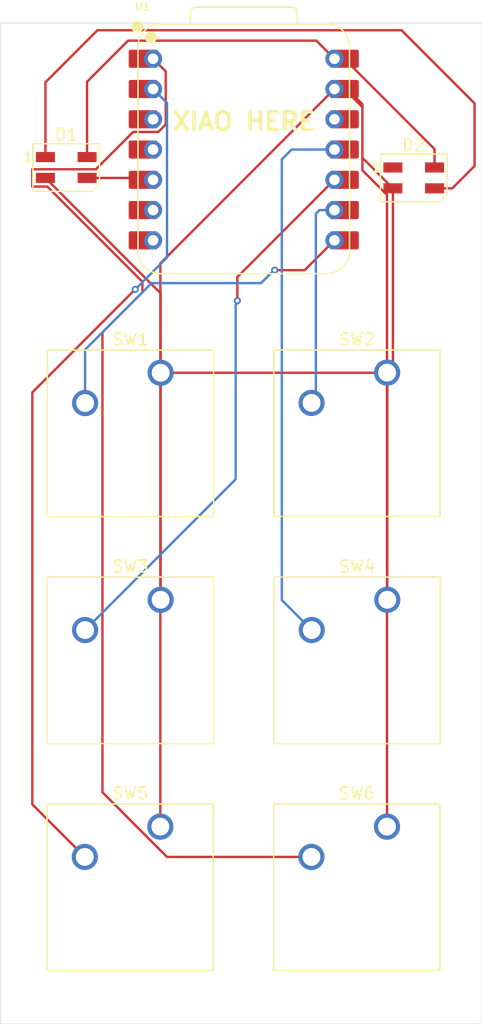
<source format=kicad_pcb>
(kicad_pcb (version 20241229) (generator "pcbnew") (generator_version "9.0")
  (layers (0 "F.Cu" signal) (2 "B.Cu" signal) (13 "F.Paste" user) (15 "B.Paste" user) (5 "F.SilkS" user "F.Silkscreen") (7 "B.SilkS" user "B.Silkscreen") (1 "F.Mask" user) (3 "B.Mask" user) (25 "Edge.Cuts" user))
  (net 0 "")
  (net 1 "Net-(D1-DOUT)")
  (net 2 "Net-(D1-DIN)")
  (net 3 "GND")
  (net 4 "+5V")
  (net 6 "Net-(U1-GPIO1{slash}RX)")
  (net 7 "Net-(U1-GPIO2{slash}SCK)")
  (net 8 "Net-(U1-GPIO4{slash}MISO)")
  (net 9 "Net-(U1-GPIO3{slash}MOSI)")
  (net 13 "Net-(U1-GPIO27{slash}ADC1{slash}A1)")
  (net 16 "Net-(U1-GPIO26{slash}ADC0{slash}A0)")
  (footprint "OPL:XIAO-RP2040-DIP" (layer "F.Cu") (at 110.95 74.5985)
    (property "Reference" "U1" (at -8.5 -12 0) (layer "F.SilkS") (effects (font (size 0.635 0.635) (thickness 0.1016))))
    (property "Value" "XIAO-RP2040-DIP")
    (fp_line (start -8.89 8.509) (end -8.89 -8.636) (stroke (width 0.127)) (layer "F.SilkS"))
    (fp_line (start -6.985 10.414) (end 6.985 10.414) (stroke (width 0.127)) (layer "F.SilkS"))
    (fp_line (start -4.495 -10.541) (end -4.491272 -11.451272) (stroke (width 0.127)) (layer "F.SilkS"))
    (fp_line (start -3.991272 -11.951) (end 4.004 -11.951) (stroke (width 0.127)) (layer "F.SilkS"))
    (fp_line (start 4.504 -11.451) (end 4.504 -10.541) (stroke (width 0.127)) (layer "F.SilkS"))
    (fp_line (start 6.985 -10.541) (end -6.985 -10.541) (stroke (width 0.1)) (layer "F.SilkS"))
    (fp_line (start 6.985 -10.541) (end -6.985 -10.541) (stroke (width 0.127)) (layer "F.SilkS"))
    (fp_line (start 8.89 8.509) (end 8.89 -8.636) (stroke (width 0.127)) (layer "F.SilkS"))
    (fp_arc (start -8.89 -8.636) (mid -8.332038 -9.983038) (end -6.985 -10.541) (stroke (width 0.127)) (layer "F.SilkS"))
    (fp_arc (start -6.985 10.414) (mid -8.332038 9.856038) (end -8.89 8.509) (stroke (width 0.127)) (layer "F.SilkS"))
    (fp_arc (start -4.491272 -11.451272) (mid -4.344728 -11.80464) (end -3.991272 -11.951) (stroke (width 0.127)) (layer "F.SilkS"))
    (fp_arc (start 4.004 -11.951) (mid 4.357553 -11.804553) (end 4.504 -11.451) (stroke (width 0.127)) (layer "F.SilkS"))
    (fp_arc (start 6.985 -10.541) (mid 8.332038 -9.983038) (end 8.89 -8.636) (stroke (width 0.127)) (layer "F.SilkS"))
    (fp_arc (start 8.89 8.509) (mid 8.332038 9.856038) (end 6.985 10.414) (stroke (width 0.127)) (layer "F.SilkS"))
    (fp_circle (center -8.95 -10.3) (end -8.95 -10.554) (stroke (width 0.5)) (fill yes) (layer "F.SilkS"))
    (fp_circle (center -7.807 -9.42) (end -7.807 -9.674) (stroke (width 0.5)) (fill yes) (layer "F.SilkS"))
    (pad "1" smd roundrect (at -8.455 -7.62 180) (size 2.432 1.524) (layers "F.Cu" "F.Mask") (roundrect_rratio 0.1) (net 16 "Net-(U1-GPIO26{slash}ADC0{slash}A0)"))
    (pad "1" thru_hole circle (at -7.62 -7.62 180) (size 1.524 1.524) (drill 0.889) (layers "*.Cu" "*.Mask") (net 16 "Net-(U1-GPIO26{slash}ADC0{slash}A0)"))
    (pad "2" smd roundrect (at -8.455 -5.08 180) (size 2.432 1.524) (layers "F.Cu" "F.Mask") (roundrect_rratio 0.1) (net 13 "Net-(U1-GPIO27{slash}ADC1{slash}A1)"))
    (pad "2" thru_hole circle (at -7.62 -5.08 180) (size 1.524 1.524) (drill 0.889) (layers "*.Cu" "*.Mask") (net 13 "Net-(U1-GPIO27{slash}ADC1{slash}A1)"))
    (pad "3" smd roundrect (at -8.455 -2.54 180) (size 2.432 1.524) (layers "F.Cu" "F.Mask") (roundrect_rratio 0.1))
    (pad "3" thru_hole circle (at -7.62 -2.54 180) (size 1.524 1.524) (drill 0.889) (layers "*.Cu" "*.Mask"))
    (pad "4" smd roundrect (at -8.455 0 180) (size 2.432 1.524) (layers "F.Cu" "F.Mask") (roundrect_rratio 0.1))
    (pad "4" thru_hole circle (at -7.62 0 180) (size 1.524 1.524) (drill 0.889) (layers "*.Cu" "*.Mask"))
    (pad "5" smd roundrect (at -8.455 2.54 180) (size 2.432 1.524) (layers "F.Cu" "F.Mask") (roundrect_rratio 0.1) (net 2 "Net-(D1-DIN)"))
    (pad "5" thru_hole circle (at -7.62 2.54 180) (size 1.524 1.524) (drill 0.889) (layers "*.Cu" "*.Mask") (net 2 "Net-(D1-DIN)"))
    (pad "6" smd roundrect (at -8.455 5.08 180) (size 2.432 1.524) (layers "F.Cu" "F.Mask") (roundrect_rratio 0.1))
    (pad "6" thru_hole circle (at -7.62 5.08 180) (size 1.524 1.524) (drill 0.889) (layers "*.Cu" "*.Mask"))
    (pad "7" smd roundrect (at -8.455 7.62 180) (size 2.432 1.524) (layers "F.Cu" "F.Mask") (roundrect_rratio 0.1))
    (pad "7" thru_hole circle (at -7.62 7.62 180) (size 1.524 1.524) (drill 0.889) (layers "*.Cu" "*.Mask"))
    (pad "8" thru_hole circle (at 7.62 7.62) (size 1.524 1.524) (drill 0.889) (layers "*.Cu" "*.Mask") (net 6 "Net-(U1-GPIO1{slash}RX)"))
    (pad "8" smd roundrect (at 8.455 7.62) (size 2.432 1.524) (layers "F.Cu" "F.Mask") (roundrect_rratio 0.1) (net 6 "Net-(U1-GPIO1{slash}RX)"))
    (pad "9" thru_hole circle (at 7.62 5.08) (size 1.524 1.524) (drill 0.889) (layers "*.Cu" "*.Mask") (net 7 "Net-(U1-GPIO2{slash}SCK)"))
    (pad "9" smd roundrect (at 8.455 5.08) (size 2.432 1.524) (layers "F.Cu" "F.Mask") (roundrect_rratio 0.1) (net 7 "Net-(U1-GPIO2{slash}SCK)"))
    (pad "10" thru_hole circle (at 7.62 2.54) (size 1.524 1.524) (drill 0.889) (layers "*.Cu" "*.Mask") (net 8 "Net-(U1-GPIO4{slash}MISO)"))
    (pad "10" smd roundrect (at 8.455 2.54) (size 2.432 1.524) (layers "F.Cu" "F.Mask") (roundrect_rratio 0.1) (net 8 "Net-(U1-GPIO4{slash}MISO)"))
    (pad "11" thru_hole circle (at 7.62 0) (size 1.524 1.524) (drill 0.889) (layers "*.Cu" "*.Mask") (net 9 "Net-(U1-GPIO3{slash}MOSI)"))
    (pad "11" smd roundrect (at 8.455 0) (size 2.432 1.524) (layers "F.Cu" "F.Mask") (roundrect_rratio 0.1) (net 9 "Net-(U1-GPIO3{slash}MOSI)"))
    (pad "12" thru_hole circle (at 7.62 -2.54) (size 1.524 1.524) (drill 0.889) (layers "*.Cu" "*.Mask"))
    (pad "12" smd roundrect (at 8.455 -2.54) (size 2.432 1.524) (layers "F.Cu" "F.Mask") (roundrect_rratio 0.1))
    (pad "13" thru_hole circle (at 7.62 -5.08) (size 1.524 1.524) (drill 0.889) (layers "*.Cu" "*.Mask") (net 3 "GND"))
    (pad "13" smd roundrect (at 8.455 -5.08) (size 2.432 1.524) (layers "F.Cu" "F.Mask") (roundrect_rratio 0.1) (net 3 "GND"))
    (pad "14" thru_hole circle (at 7.62 -7.62) (size 1.524 1.524) (drill 0.889) (layers "*.Cu" "*.Mask") (net 4 "+5V"))
    (pad "14" smd roundrect (at 8.455 -7.62) (size 2.432 1.524) (layers "F.Cu" "F.Mask") (roundrect_rratio 0.1) (net 4 "+5V"))
  )
  (footprint "LED_SMD:LED_SK6812MINI_PLCC4_3.5x3.5mm_P1.75mm" (layer "F.Cu") (at 96.03125 76.10475)
    (property "Reference" "D1" (at 0 -2.75 0) (layer "F.SilkS"))
    (property "Value" "SK6812MINI")
    (fp_line (start -2.8 -2) (end -2.8 2) (stroke (width 0.12)) (layer "F.SilkS"))
    (fp_line (start -2.8 -2) (end 2.8 -2) (stroke (width 0.12)) (layer "F.SilkS"))
    (fp_line (start -2.8 2) (end 2.2 2) (stroke (width 0.12)) (layer "F.SilkS"))
    (fp_line (start 2.8 1.4) (end 2.2 2) (stroke (width 0.12)) (layer "F.SilkS"))
    (fp_line (start 2.8 1.4) (end 2.8 -2) (stroke (width 0.12)) (layer "F.SilkS"))
    (fp_text user "1" (at -3.2 -0.875 0) (layer "F.SilkS") (effects (font (size 0.8 0.8))))
    (pad "1" smd rect (at -1.75 -0.875) (size 1.6 0.85) (layers "F.Cu" "F.Mask" "F.Paste") (net 1 "Net-(D1-DOUT)"))
    (pad "2" smd rect (at -1.75 0.875) (size 1.6 0.85) (layers "F.Cu" "F.Mask" "F.Paste") (net 3 "GND"))
    (pad "3" smd rect (at 1.75 0.875) (size 1.6 0.85) (layers "F.Cu" "F.Mask" "F.Paste") (net 2 "Net-(D1-DIN)"))
    (pad "4" smd rect (at 1.75 -0.875) (size 1.6 0.85) (layers "F.Cu" "F.Mask" "F.Paste") (net 4 "+5V"))
  )
  (footprint "Button_Switch_Keyboard:SW_Cherry_MX_1.00u_PCB" (layer "F.Cu") (at 123 93.32)
    (property "Reference" "SW2" (at -2.54 -2.794 0) (layer "F.SilkS"))
    (property "Value" "SW_Push")
    (fp_line (start -9.525 -1.905) (end 4.445 -1.905) (stroke (width 0.12)) (layer "F.SilkS"))
    (fp_line (start -9.525 12.065) (end -9.525 -1.905) (stroke (width 0.12)) (layer "F.SilkS"))
    (fp_line (start 4.445 -1.905) (end 4.445 12.065) (stroke (width 0.12)) (layer "F.SilkS"))
    (fp_line (start 4.445 12.065) (end -9.525 12.065) (stroke (width 0.12)) (layer "F.SilkS"))
    (pad "" np_thru_hole circle (at -7.62 5.08) (size 1.7 1.7) (drill 1.7) (layers "*.Cu" "*.Mask"))
    (pad "" np_thru_hole circle (at -2.54 5.08) (size 4 4) (drill 4) (layers "*.Cu" "*.Mask"))
    (pad "" np_thru_hole circle (at 2.54 5.08) (size 1.7 1.7) (drill 1.7) (layers "*.Cu" "*.Mask"))
    (pad "1" thru_hole circle (at 0 0) (size 2.2 2.2) (drill 1.5) (layers "*.Cu" "*.Mask") (net 3 "GND"))
    (pad "2" thru_hole circle (at -6.35 2.54) (size 2.2 2.2) (drill 1.5) (layers "*.Cu" "*.Mask") (net 7 "Net-(U1-GPIO2{slash}SCK)"))
  )
  (footprint "Button_Switch_Keyboard:SW_Cherry_MX_1.00u_PCB" (layer "F.Cu") (at 103.965 112.381)
    (property "Reference" "SW3" (at -2.54 -2.794 0) (layer "F.SilkS"))
    (property "Value" "SW_Push")
    (fp_line (start -9.525 -1.905) (end 4.445 -1.905) (stroke (width 0.12)) (layer "F.SilkS"))
    (fp_line (start -9.525 12.065) (end -9.525 -1.905) (stroke (width 0.12)) (layer "F.SilkS"))
    (fp_line (start 4.445 -1.905) (end 4.445 12.065) (stroke (width 0.12)) (layer "F.SilkS"))
    (fp_line (start 4.445 12.065) (end -9.525 12.065) (stroke (width 0.12)) (layer "F.SilkS"))
    (pad "" np_thru_hole circle (at -7.62 5.08) (size 1.7 1.7) (drill 1.7) (layers "*.Cu" "*.Mask"))
    (pad "" np_thru_hole circle (at -2.54 5.08) (size 4 4) (drill 4) (layers "*.Cu" "*.Mask"))
    (pad "" np_thru_hole circle (at 2.54 5.08) (size 1.7 1.7) (drill 1.7) (layers "*.Cu" "*.Mask"))
    (pad "1" thru_hole circle (at 0 0) (size 2.2 2.2) (drill 1.5) (layers "*.Cu" "*.Mask") (net 3 "GND"))
    (pad "2" thru_hole circle (at -6.35 2.54) (size 2.2 2.2) (drill 1.5) (layers "*.Cu" "*.Mask") (net 8 "Net-(U1-GPIO4{slash}MISO)"))
  )
  (footprint "LED_SMD:LED_SK6812MINI_PLCC4_3.5x3.5mm_P1.75mm" (layer "F.Cu") (at 125.2375 76.97975)
    (property "Reference" "D2" (at 0 -2.75 0) (layer "F.SilkS"))
    (property "Value" "SK6812MINI")
    (fp_line (start -2.8 -2) (end -2.8 2) (stroke (width 0.12)) (layer "F.SilkS"))
    (fp_line (start -2.8 -2) (end 2.8 -2) (stroke (width 0.12)) (layer "F.SilkS"))
    (fp_line (start -2.8 2) (end 2.2 2) (stroke (width 0.12)) (layer "F.SilkS"))
    (fp_line (start 2.8 1.4) (end 2.2 2) (stroke (width 0.12)) (layer "F.SilkS"))
    (fp_line (start 2.8 1.4) (end 2.8 -2) (stroke (width 0.12)) (layer "F.SilkS"))
    (fp_text user "1" (at -3.2 -0.875 0) (layer "F.SilkS") (effects (font (size 0.8 0.8))))
    (pad "1" smd rect (at -1.75 -0.875) (size 1.6 0.85) (layers "F.Cu" "F.Mask" "F.Paste"))
    (pad "2" smd rect (at -1.75 0.875) (size 1.6 0.85) (layers "F.Cu" "F.Mask" "F.Paste") (net 3 "GND"))
    (pad "3" smd rect (at 1.75 0.875) (size 1.6 0.85) (layers "F.Cu" "F.Mask" "F.Paste") (net 1 "Net-(D1-DOUT)"))
    (pad "4" smd rect (at 1.75 -0.875) (size 1.6 0.85) (layers "F.Cu" "F.Mask" "F.Paste") (net 4 "+5V"))
  )
  (footprint "Button_Switch_Keyboard:SW_Cherry_MX_1.00u_PCB" (layer "F.Cu") (at 103.94 131.42)
    (property "Reference" "SW5" (at -2.54 -2.794 0) (layer "F.SilkS"))
    (property "Value" "SW_Push")
    (fp_line (start -9.525 -1.905) (end 4.445 -1.905) (stroke (width 0.12)) (layer "F.SilkS"))
    (fp_line (start -9.525 12.065) (end -9.525 -1.905) (stroke (width 0.12)) (layer "F.SilkS"))
    (fp_line (start 4.445 -1.905) (end 4.445 12.065) (stroke (width 0.12)) (layer "F.SilkS"))
    (fp_line (start 4.445 12.065) (end -9.525 12.065) (stroke (width 0.12)) (layer "F.SilkS"))
    (pad "" np_thru_hole circle (at -7.62 5.08) (size 1.7 1.7) (drill 1.7) (layers "*.Cu" "*.Mask"))
    (pad "" np_thru_hole circle (at -2.54 5.08) (size 4 4) (drill 4) (layers "*.Cu" "*.Mask"))
    (pad "" np_thru_hole circle (at 2.54 5.08) (size 1.7 1.7) (drill 1.7) (layers "*.Cu" "*.Mask"))
    (pad "1" thru_hole circle (at 0 0) (size 2.2 2.2) (drill 1.5) (layers "*.Cu" "*.Mask") (net 3 "GND"))
    (pad "2" thru_hole circle (at -6.35 2.54) (size 2.2 2.2) (drill 1.5) (layers "*.Cu" "*.Mask") (net 13 "Net-(U1-GPIO27{slash}ADC1{slash}A1)"))
  )
  (footprint "Button_Switch_Keyboard:SW_Cherry_MX_1.00u_PCB" (layer "F.Cu") (at 122.99 131.42)
    (property "Reference" "SW6" (at -2.54 -2.794 0) (layer "F.SilkS"))
    (property "Value" "SW_Push")
    (fp_line (start -9.525 -1.905) (end 4.445 -1.905) (stroke (width 0.12)) (layer "F.SilkS"))
    (fp_line (start -9.525 12.065) (end -9.525 -1.905) (stroke (width 0.12)) (layer "F.SilkS"))
    (fp_line (start 4.445 -1.905) (end 4.445 12.065) (stroke (width 0.12)) (layer "F.SilkS"))
    (fp_line (start 4.445 12.065) (end -9.525 12.065) (stroke (width 0.12)) (layer "F.SilkS"))
    (pad "" np_thru_hole circle (at -7.62 5.08) (size 1.7 1.7) (drill 1.7) (layers "*.Cu" "*.Mask"))
    (pad "" np_thru_hole circle (at -2.54 5.08) (size 4 4) (drill 4) (layers "*.Cu" "*.Mask"))
    (pad "" np_thru_hole circle (at 2.54 5.08) (size 1.7 1.7) (drill 1.7) (layers "*.Cu" "*.Mask"))
    (pad "1" thru_hole circle (at 0 0) (size 2.2 2.2) (drill 1.5) (layers "*.Cu" "*.Mask") (net 3 "GND"))
    (pad "2" thru_hole circle (at -6.35 2.54) (size 2.2 2.2) (drill 1.5) (layers "*.Cu" "*.Mask") (net 16 "Net-(U1-GPIO26{slash}ADC0{slash}A0)"))
  )
  (footprint "Button_Switch_Keyboard:SW_Cherry_MX_1.00u_PCB" (layer "F.Cu") (at 103.965 93.331)
    (property "Reference" "SW1" (at -2.54 -2.794 0) (layer "F.SilkS"))
    (property "Value" "SW_Push")
    (fp_line (start -9.525 -1.905) (end 4.445 -1.905) (stroke (width 0.12)) (layer "F.SilkS"))
    (fp_line (start -9.525 12.065) (end -9.525 -1.905) (stroke (width 0.12)) (layer "F.SilkS"))
    (fp_line (start 4.445 -1.905) (end 4.445 12.065) (stroke (width 0.12)) (layer "F.SilkS"))
    (fp_line (start 4.445 12.065) (end -9.525 12.065) (stroke (width 0.12)) (layer "F.SilkS"))
    (pad "" np_thru_hole circle (at -7.62 5.08) (size 1.7 1.7) (drill 1.7) (layers "*.Cu" "*.Mask"))
    (pad "" np_thru_hole circle (at -2.54 5.08) (size 4 4) (drill 4) (layers "*.Cu" "*.Mask"))
    (pad "" np_thru_hole circle (at 2.54 5.08) (size 1.7 1.7) (drill 1.7) (layers "*.Cu" "*.Mask"))
    (pad "1" thru_hole circle (at 0 0) (size 2.2 2.2) (drill 1.5) (layers "*.Cu" "*.Mask") (net 3 "GND"))
    (pad "2" thru_hole circle (at -6.35 2.54) (size 2.2 2.2) (drill 1.5) (layers "*.Cu" "*.Mask") (net 6 "Net-(U1-GPIO1{slash}RX)"))
  )
  (footprint "Button_Switch_Keyboard:SW_Cherry_MX_1.00u_PCB" (layer "F.Cu") (at 123.015 112.381)
    (property "Reference" "SW4" (at -2.54 -2.794 0) (layer "F.SilkS"))
    (property "Value" "SW_Push")
    (fp_line (start -9.525 -1.905) (end 4.445 -1.905) (stroke (width 0.12)) (layer "F.SilkS"))
    (fp_line (start -9.525 12.065) (end -9.525 -1.905) (stroke (width 0.12)) (layer "F.SilkS"))
    (fp_line (start 4.445 -1.905) (end 4.445 12.065) (stroke (width 0.12)) (layer "F.SilkS"))
    (fp_line (start 4.445 12.065) (end -9.525 12.065) (stroke (width 0.12)) (layer "F.SilkS"))
    (pad "" np_thru_hole circle (at -7.62 5.08) (size 1.7 1.7) (drill 1.7) (layers "*.Cu" "*.Mask"))
    (pad "" np_thru_hole circle (at -2.54 5.08) (size 4 4) (drill 4) (layers "*.Cu" "*.Mask"))
    (pad "" np_thru_hole circle (at 2.54 5.08) (size 1.7 1.7) (drill 1.7) (layers "*.Cu" "*.Mask"))
    (pad "1" thru_hole circle (at 0 0) (size 2.2 2.2) (drill 1.5) (layers "*.Cu" "*.Mask") (net 3 "GND"))
    (pad "2" thru_hole circle (at -6.35 2.54) (size 2.2 2.2) (drill 1.5) (layers "*.Cu" "*.Mask") (net 9 "Net-(U1-GPIO3{slash}MOSI)"))
  )
  (gr_rect (start 90.4875 63.98375) (end 130.96875 147.96875) (stroke (width 0.05)) (fill no) (layer "Edge.Cuts"))
  (gr_text "XIAO HERE" (at 104.79 73.12 0) (layer "F.SilkS") (effects (font (size 1.5 1.5) (thickness 0.3) (bold yes)) (justify left bottom)))
  (segment (start 124.21 64.58475) (end 130.35 70.72475) (width 0.2) (layer "F.Cu") (net 1))
  (segment (start 128.47525 77.85475) (end 126.9875 77.85475) (width 0.2) (layer "F.Cu") (net 1))
  (segment (start 94.28125 68.95875) (end 98.65525 64.58475) (width 0.2) (layer "F.Cu") (net 1))
  (segment (start 130.35 75.98) (end 128.47525 77.85475) (width 0.2) (layer "F.Cu") (net 1))
  (segment (start 94.28125 75.22975) (end 94.28125 68.95875) (width 0.2) (layer "F.Cu") (net 1))
  (segment (start 98.65525 64.58475) (end 124.21 64.58475) (width 0.2) (layer "F.Cu") (net 1))
  (segment (start 130.35 70.72475) (end 130.35 75.98) (width 0.2) (layer "F.Cu") (net 1))
  (segment (start 103.17125 76.97975) (end 103.33 77.1385) (width 0.2) (layer "F.Cu") (net 2))
  (segment (start 97.78125 76.97975) (end 103.17125 76.97975) (width 0.2) (layer "F.Cu") (net 2))
  (segment (start 103.965 93.331) (end 103.965 86.6635) (width 0.2) (layer "F.Cu") (net 3))
  (segment (start 122.99 131.42) (end 122.99 78.404874) (width 0.2) (layer "F.Cu") (net 3))
  (segment (start 122.989 93.331) (end 123 93.32) (width 0.2) (layer "F.Cu") (net 3))
  (segment (start 103.94 131.42) (end 103.94 84.1485) (width 0.2) (layer "F.Cu") (net 3))
  (segment (start 120.922 71.0355) (end 119.405 69.5185) (width 0.2) (layer "F.Cu") (net 3))
  (segment (start 123.015 112.381) (end 123.015 93.335) (width 0.2) (layer "F.Cu") (net 3))
  (segment (start 103.965 93.331) (end 122.989 93.331) (width 0.2) (layer "F.Cu") (net 3))
  (segment (start 103.965 86.6635) (end 94.28125 76.97975) (width 0.2) (layer "F.Cu") (net 3))
  (segment (start 123.4875 92.8325) (end 123.4875 77.85475) (width 0.2) (layer "F.Cu") (net 3))
  (segment (start 123 93.32) (end 123.4875 92.8325) (width 0.2) (layer "F.Cu") (net 3))
  (segment (start 120.922 70.79287) (end 119.64763 69.5185) (width 0.2) (layer "F.Cu") (net 3))
  (segment (start 103.94 84.1485) (end 118.57 69.5185) (width 0.2) (layer "F.Cu") (net 3))
  (segment (start 123.015 93.335) (end 123 93.32) (width 0.2) (layer "F.Cu") (net 3))
  (segment (start 122.99 78.404874) (end 120.922 76.336874) (width 0.2) (layer "F.Cu") (net 3))
  (segment (start 120.922 76.336874) (end 120.922 70.79287) (width 0.2) (layer "F.Cu") (net 3))
  (segment (start 103.965 112.381) (end 103.965 93.331) (width 0.2) (layer "F.Cu") (net 3))
  (segment (start 120.922 75.28925) (end 120.922 71.0355) (width 0.2) (layer "F.Cu") (net 3))
  (segment (start 119.64763 69.5185) (end 118.57 69.5185) (width 0.2) (layer "F.Cu") (net 3))
  (segment (start 123.4875 77.85475) (end 120.922 75.28925) (width 0.2) (layer "F.Cu") (net 3))
  (segment (start 97.78125 68.90875) (end 101.23 65.46) (width 0.2) (layer "F.Cu") (net 4))
  (segment (start 119.405 66.9785) (end 126.9875 74.561) (width 0.2) (layer "F.Cu") (net 4))
  (segment (start 101.23 65.46) (end 117.0515 65.46) (width 0.2) (layer "F.Cu") (net 4))
  (segment (start 117.0515 65.46) (end 118.57 66.9785) (width 0.2) (layer "F.Cu") (net 4))
  (segment (start 126.9875 74.561) (end 126.9875 76.10475) (width 0.2) (layer "F.Cu") (net 4))
  (segment (start 97.78125 75.22975) (end 97.78125 68.90875) (width 0.2) (layer "F.Cu") (net 4))
  (segment (start 116.0685 84.72) (end 118.57 82.2185) (width 0.2) (layer "F.Cu") (net 6))
  (segment (start 113.55 84.72) (end 116.0685 84.72) (width 0.2) (layer "F.Cu") (net 6))
  (via (at 113.55 84.72) (size 0.6) (drill 0.3) (layers "F.Cu" "B.Cu") (net 6))
  (segment (start 113.49 84.72) (end 113.55 84.72) (width 0.2) (layer "B.Cu") (net 6))
  (segment (start 97.615 95.871) (end 97.615 91.395) (width 0.2) (layer "B.Cu") (net 6))
  (segment (start 97.615 91.395) (end 97.82 91.19) (width 0.2) (layer "B.Cu") (net 6))
  (segment (start 112.4 85.81) (end 113.49 84.72) (width 0.2) (layer "B.Cu") (net 6))
  (segment (start 104.43 85.81) (end 112.4 85.81) (width 0.2) (layer "B.Cu") (net 6))
  (segment (start 97.82 91.19) (end 103.2 85.81) (width 0.2) (layer "B.Cu") (net 6))
  (segment (start 103.2 85.81) (end 104.43 85.81) (width 0.2) (layer "B.Cu") (net 6))
  (segment (start 116.57 95.8) (end 117.01 95.36) (width 0.2) (layer "B.Cu") (net 7))
  (segment (start 116.65 95.86) (end 116.63 95.86) (width 0.2) (layer "B.Cu") (net 7))
  (segment (start 117.01 79.98) (end 117.3115 79.6785) (width 0.2) (layer "B.Cu") (net 7))
  (segment (start 117.01 95.36) (end 117.01 79.98) (width 0.2) (layer "B.Cu") (net 7))
  (segment (start 117.3115 79.6785) (end 118.57 79.6785) (width 0.2) (layer "B.Cu") (net 7))
  (segment (start 116.63 95.86) (end 116.57 95.8) (width 0.2) (layer "B.Cu") (net 7))
  (segment (start 110.41 85.2985) (end 118.57 77.1385) (width 0.2) (layer "F.Cu") (net 8))
  (segment (start 110.41 87.28) (end 110.41 85.2985) (width 0.2) (layer "F.Cu") (net 8))
  (via (at 110.41 87.28) (size 0.6) (drill 0.3) (layers "F.Cu" "B.Cu") (net 8))
  (segment (start 110.41 87.49) (end 110.41 87.28) (width 0.2) (layer "B.Cu") (net 8))
  (segment (start 110.27 87.63) (end 110.41 87.49) (width 0.2) (layer "B.Cu") (net 8))
  (segment (start 110.27 102.266) (end 110.27 87.63) (width 0.2) (layer "B.Cu") (net 8))
  (segment (start 97.615 114.921) (end 110.27 102.266) (width 0.2) (layer "B.Cu") (net 8))
  (segment (start 114.9715 74.5985) (end 118.57 74.5985) (width 0.2) (layer "B.Cu") (net 9))
  (segment (start 114.15 75.42) (end 114.9715 74.5985) (width 0.2) (layer "B.Cu") (net 9))
  (segment (start 116.665 114.921) (end 114.15 112.406) (width 0.2) (layer "B.Cu") (net 9))
  (segment (start 114.15 112.406) (end 114.15 75.42) (width 0.2) (layer "B.Cu") (net 9))
  (segment (start 97.59 133.96) (end 93.18025 129.55025) (width 0.2) (layer "F.Cu") (net 13))
  (segment (start 93.18025 94.98122) (end 101.830735 86.330735) (width 0.2) (layer "F.Cu") (net 13))
  (segment (start 93.18025 129.55025) (end 93.18025 94.98122) (width 0.2) (layer "F.Cu") (net 13))
  (via (at 101.830735 86.330735) (size 0.6) (drill 0.3) (layers "F.Cu" "B.Cu") (net 13))
  (segment (start 104.5 83.66147) (end 104.5 70.6885) (width 0.2) (layer "B.Cu") (net 13))
  (segment (start 104.5 70.6885) (end 103.33 69.5185) (width 0.2) (layer "B.Cu") (net 13))
  (segment (start 101.830735 86.330735) (end 104.5 83.66147) (width 0.2) (layer "B.Cu") (net 13))
  (segment (start 99.074 128.535314) (end 99.074 89.937413) (width 0.2) (layer "F.Cu") (net 16))
  (segment (start 104.393 72.49881) (end 104.393 68.0415) (width 0.2) (layer "F.Cu") (net 16))
  (segment (start 103.77031 73.1215) (end 104.393 72.49881) (width 0.2) (layer "F.Cu") (net 16))
  (segment (start 99.074 89.937413) (end 102.431735 86.579678) (width 0.2) (layer "F.Cu") (net 16))
  (segment (start 104.498686 133.96) (end 99.074 128.535314) (width 0.2) (layer "F.Cu") (net 16))
  (segment (start 116.64 133.96) (end 104.498686 133.96) (width 0.2) (layer "F.Cu") (net 16))
  (segment (start 93.18025 76.25375) (end 98.521124 76.25375) (width 0.2) (layer "F.Cu") (net 16))
  (segment (start 104.393 68.0415) (end 103.33 66.9785) (width 0.2) (layer "F.Cu") (net 16))
  (segment (start 102.431735 85.697335) (end 94.44015 77.70575) (width 0.2) (layer "F.Cu") (net 16))
  (segment (start 101.653374 73.1215) (end 103.77031 73.1215) (width 0.2) (layer "F.Cu") (net 16))
  (segment (start 93.18025 77.70575) (end 93.18025 76.25375) (width 0.2) (layer "F.Cu") (net 16))
  (segment (start 98.521124 76.25375) (end 101.653374 73.1215) (width 0.2) (layer "F.Cu") (net 16))
  (segment (start 94.44015 77.70575) (end 93.18025 77.70575) (width 0.2) (layer "F.Cu") (net 16))
  (segment (start 102.431735 86.579678) (end 102.431735 85.697335) (width 0.2) (layer "F.Cu") (net 16))
)
</source>
